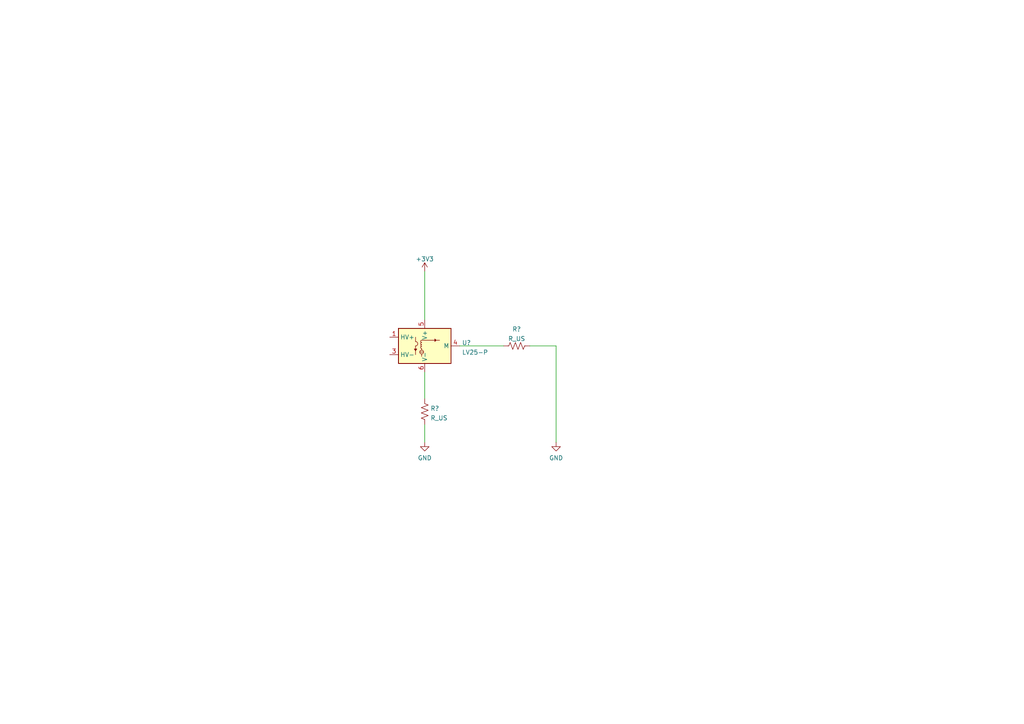
<source format=kicad_sch>
(kicad_sch (version 20210621) (generator eeschema)
  (paper "A4")
  (lib_symbols
    (symbol "Device:R_US" (pin_numbers hide) (pin_names (offset 0))
      (property "Reference" "R" (at 2.54 0 90))
      (property "Value" "R_US" (at -2.54 0 90))
      (symbol "R_US_0_1"
        (polyline (pts (xy 0 -2.286) (xy 0 -2.54)))
        (polyline (pts (xy 0 2.286) (xy 0 2.54)))
        (polyline (pts (xy 0 -0.762) (xy 1.016 -1.143) (xy 0 -1.524) (xy -1.016 -1.905) (xy 0 -2.286)))
        (polyline (pts (xy 0 0.762) (xy 1.016 0.381) (xy 0 0) (xy -1.016 -0.381) (xy 0 -0.762)))
        (polyline (pts (xy 0 2.286) (xy 1.016 1.905) (xy 0 1.524) (xy -1.016 1.143) (xy 0 0.762)))
      )
      (symbol "R_US_1_1"
        (pin passive line (at 0 3.81 270) (length 1.27) (name "~") (number "1"))
        (pin passive line (at 0 -3.81 90) (length 1.27) (name "~") (number "2"))
      )
    )
    (symbol "Sensor_Voltage:LV25-P"
      (property "Reference" "U" (at -6.35 6.35 0))
      (property "Value" "LV25-P" (at 5.08 6.35 0))
      (symbol "LV25-P_0_1"
        (arc (start -2.667 0) (mid -2.032 0.635) (end -2.667 1.27))
        (circle (center -0.889 -1.778) (radius 0.5588))
        (arc (start -0.889 -0.127) (mid -1.1938 -0.4318) (end -0.889 -0.762))
        (arc (start -0.889 0.381) (mid -1.143 0.127) (end -0.889 -0.127))
        (arc (start -0.889 1.016) (mid -1.1938 0.7112) (end -0.889 0.381))
        (arc (start -0.889 1.651) (mid -1.1938 1.3462) (end -0.889 1.016))
        (polyline (pts (xy -2.667 0) (xy -2.667 -2.54)))
        (polyline (pts (xy -2.667 2.54) (xy -2.667 1.27)))
        (polyline (pts (xy -1.397 -1.778) (xy -0.381 -1.778)))
        (polyline (pts (xy -0.889 -2.413) (xy -0.889 -3.048)))
        (polyline (pts (xy -0.889 -1.143) (xy -0.889 -0.762)))
        (polyline (pts (xy -0.889 1.651) (xy 4.318 1.651)))
        (polyline (pts (xy -2.921 -0.889) (xy -2.286 -0.889) (xy -2.667 -1.397) (xy -3.048 -0.889)) (fill (type outline)))
        (polyline (pts (xy 3.302 1.651) (xy 2.921 2.032) (xy 2.921 1.27) (xy 3.302 1.651)) (fill (type outline)))
        (rectangle (start 7.62 -5.08) (end -7.62 5.08) (stroke (width 0.254)) (fill (type background)))
      )
      (symbol "LV25-P_1_1"
        (pin input line (at -10.16 2.54 0) (length 2.54) (name "HV+") (number "1"))
        (pin input line (at -10.16 -2.54 0) (length 2.54) (name "HV-") (number "3"))
        (pin output line (at 10.16 0 180) (length 2.54) (name "M") (number "4"))
        (pin power_in line (at 0 7.62 270) (length 2.54) (name "V+") (number "5"))
        (pin power_in line (at 0 -7.62 90) (length 2.54) (name "V-") (number "6"))
      )
    )
    (symbol "power:+3.3V" (power) (pin_names (offset 0))
      (property "Value" "+3.3V" (at 0 3.556 0))
      (symbol "+3.3V_0_1"
        (polyline (pts (xy -0.762 1.27) (xy 0 2.54)))
        (polyline (pts (xy 0 0) (xy 0 2.54)))
        (polyline (pts (xy 0 2.54) (xy 0.762 1.27)))
      )
      (symbol "+3.3V_1_1"
        (pin power_in line (at 0 0 90) (length 0) hide (name "+3V3") (number "1"))
      )
    )
    (symbol "power:GND" (power) (pin_names (offset 0))
      (property "Value" "GND" (at 0 -3.81 0))
      (symbol "GND_0_1"
        (polyline (pts (xy 0 0) (xy 0 -1.27) (xy 1.27 -1.27) (xy 0 -2.54) (xy -1.27 -1.27) (xy 0 -1.27)))
      )
      (symbol "GND_1_1"
        (pin power_in line (at 0 0 270) (length 0) hide (name "GND") (number "1"))
      )
    )
  )
  (wire (pts (xy 123.19 78.74) (xy 123.19 92.71)))
  (wire (pts (xy 123.19 107.95) (xy 123.19 115.57)))
  (wire (pts (xy 123.19 123.19) (xy 123.19 128.27)))
  (wire (pts (xy 133.35 100.33) (xy 146.05 100.33)))
  (wire (pts (xy 153.67 100.33) (xy 161.29 100.33)))
  (wire (pts (xy 161.29 100.33) (xy 161.29 128.27)))
  (symbol (lib_id "power:+3.3V") (at 123.19 78.74 0) (unit 1)
    (property "Reference" "#PWR?" (effects hide))
    (property "Value" "+3.3V" (at 123.19 75.1355 0))
  )
  (symbol (lib_id "power:GND") (at 123.19 128.27 0) (unit 1)
    (property "Reference" "#PWR?" (effects hide))
    (property "Value" "GND" (at 123.19 132.8324 0))
  )
  (symbol (lib_id "power:GND") (at 161.29 128.27 0) (unit 1)
    (property "Reference" "#PWR?" (effects hide))
    (property "Value" "GND" (at 161.29 132.8324 0))
  )
  (symbol (lib_id "Device:R_US") (at 123.19 119.38 0) (unit 1)
    (property "Reference" "R?" (at 124.841 118.4715 0) (effects (justify left)))
    (property "Value" "R_US" (at 124.841 121.2466 0) (effects (justify left)))
  )
  (symbol (lib_id "Device:R_US") (at 149.86 100.33 90) (unit 1)
    (property "Reference" "R?" (at 149.86 95.4745 90))
    (property "Value" "R_US" (at 149.86 98.2496 90))
  )
  (symbol (lib_id "Sensor_Voltage:LV25-P") (at 123.19 100.33 0) (unit 1)
    (property "Reference" "U?" (at 133.9851 99.4215 0) (effects (justify left)))
    (property "Value" "LV25-P" (at 133.9851 102.1966 0) (effects (justify left)))
    (property "Footprint" "Sensor_Voltage:LEM_LV25-P" (effects hide))
    (property "Datasheet" "https://www.lem.com/sites/default/files/products_datasheets/lv_25-p.pdf" (effects hide))
  )
)
</source>
